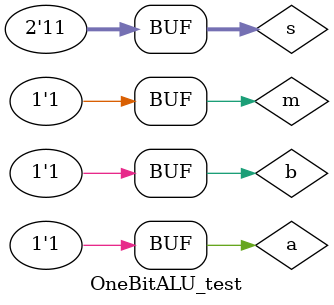
<source format=v>
`timescale 1ns / 1ps


module OneBitALU_test;

	// Inputs
	reg m;
	reg [1:0] s;
	reg a;
	reg b;

	// Outputs
	wire f;

	// Instantiate the Unit Under Test (UUT)
	OneBitALU uut (
		.m(m), 
		.s(s), 
		.a(a), 
		.b(b), 
		.f(f)
	);

	initial begin
		// Initialize Inputs
		m = 0; s = 0; a = 0; b = 0; #50;
		b = 1; #50;
		a = 1; b = 0; #50;
		b = 1; #50;
		s = 1; a = 0; b = 0; #50;
		b = 1; #50;
		a = 1; b = 0; #50;
		b = 1; #50;
		s = 2; a = 0; b = 0; #50;
		b = 1; #50;
		a = 1; b = 0; #50;
		b = 1; #50;
		s = 3; a = 0; b = 0; #50;
		b = 1; #50;
		a = 1; b = 0; #50;
		b = 1; #50;
		m = 1; s = 0; a = 0; b = 0; #50;
		b = 1; #50;
		a = 1; b = 0; #50;
		b = 1; #50;
		s = 1; a = 0; b = 0; #50;
		b = 1; #50;
		a = 1; b = 0; #50;
		b = 1; #50;
		s = 2; a = 0; b = 0; #50;
		b = 1; #50;
		a = 1; b = 0; #50;
		b = 1; #50;
		s = 3; a = 0; b = 0; #50;
		b = 1; #50;
		a = 1; b = 0; #50;
		b = 1; #50;



	end
      
endmodule


</source>
